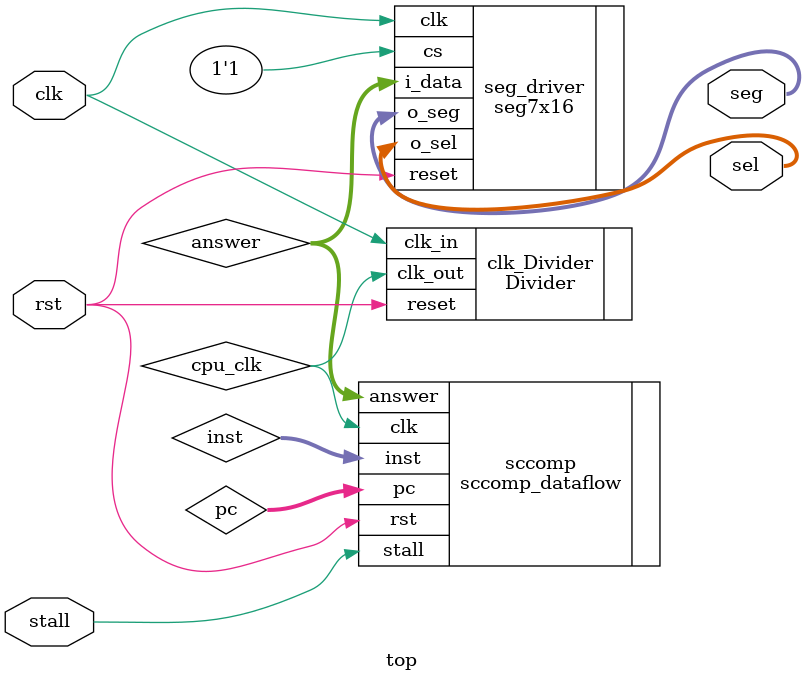
<source format=v>
`timescale 1ns / 1ps


module top(
    input           clk,
    input           rst,
    input           stall,
    
    output  [7:0]   seg,
    output  [7:0]   sel
    );
    wire    [31:0]  answer;
    wire    [31:0]  pc;
    wire    [31:0]  inst;
    wire            cpu_clk;
    Divider         clk_Divider(
        .clk_in     (clk),
        .reset      (rst),
        .clk_out    (cpu_clk)
    );
    sccomp_dataflow sccomp(
        .clk        (cpu_clk),
        .rst        (rst),
        .stall      (stall),
        .pc         (pc),
        .inst       (inst),
        .answer     (answer)
    );
    seg7x16         seg_driver(
        .clk        (clk),
        .reset      (rst),
        .cs         (1'b1),
        .i_data     (answer),
        .o_seg      (seg),
        .o_sel      (sel)
    );
endmodule

</source>
